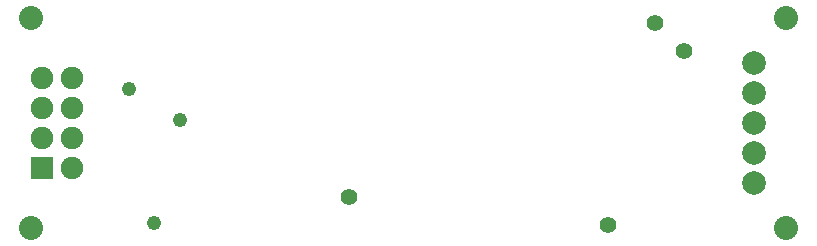
<source format=gbs>
%FSTAX23Y23*%
%MOIN*%
%SFA1B1*%

%IPPOS*%
%ADD27C,0.048000*%
%ADD55C,0.074900*%
%ADD56R,0.074900X0.074900*%
%ADD57C,0.080000*%
%ADD58C,0.056000*%
%ADD59C,0.078900*%
%LNcn0349-1*%
%LPD*%
G54D27*
X00375Y00515D03*
X0046Y00068D03*
X00546Y0041D03*
G54D55*
X00185Y0055D03*
Y0045D03*
Y0035D03*
Y0025D03*
X00085Y0055D03*
Y0045D03*
Y0035D03*
G54D56*
X00085Y0025D03*
G54D57*
X0005Y0075D03*
Y0005D03*
X02565D03*
Y00749D03*
G54D58*
X0111Y00154D03*
X02226Y00642D03*
X02128Y00734D03*
X01972Y00062D03*
G54D59*
X02458Y00601D03*
Y00501D03*
Y00201D03*
Y00301D03*
Y00401D03*
M02*
</source>
